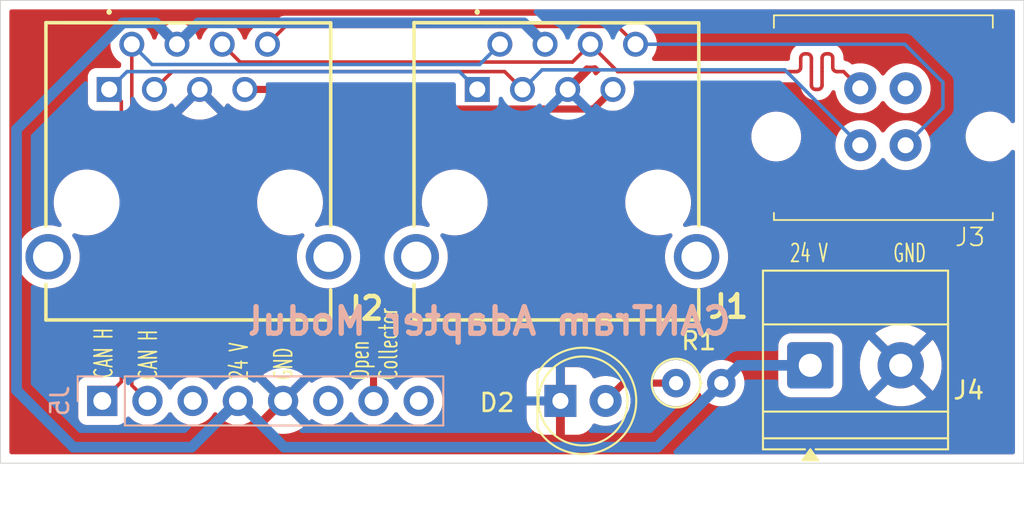
<source format=kicad_pcb>
(kicad_pcb (version 20241229) (generator "pcbnew") (generator_version "9.0")
  (layers (0 "F.Cu" signal) (2 "B.Cu" signal) (13 "F.Paste" user) (15 "B.Paste" user) (5 "F.SilkS" user "F.Silkscreen") (7 "B.SilkS" user "B.Silkscreen") (1 "F.Mask" user) (3 "B.Mask" user) (25 "Edge.Cuts" user))
  (net 0 "")
  (net 1 "/GND")
  (net 2 "Net-(D2-A)")
  (net 4 "/Daten-")
  (net 5 "/24V")
  (net 6 "/Daten 0V")
  (net 8 "/Open Collector")
  (net 15 "/CAN H")
  (net 16 "/CAN L")
  (net 17 "/Daten +")
  (footprint "SamacSys_Parts:1433810000" (layer "F.Cu") (at 104.29 72)
    (property "Reference" "J1" (at 14.11 12.2 0) (layer "F.SilkS") (effects (font (size 1.27 1.27) (thickness 0.254))))
    (property "Value" "1433810000" (hide yes))
    (fp_line (start -3.555 -3.75) (end 12.445 -3.74) (stroke (width 0.2)) (layer "F.SilkS"))
    (fp_line (start -3.555 7.66) (end -3.555 -3.75) (stroke (width 0.2)) (layer "F.SilkS"))
    (fp_line (start -3.555 12.95) (end -3.555 10.96) (stroke (width 0.2)) (layer "F.SilkS"))
    (fp_line (start 0 -4.4) (end 0 -4.4) (stroke (width 0.2)) (layer "F.SilkS"))
    (fp_line (start 0 -4.4) (end 0 -4.4) (stroke (width 0.2)) (layer "F.SilkS"))
    (fp_line (start 0 -4.3) (end 0 -4.3) (stroke (width 0.2)) (layer "F.SilkS"))
    (fp_line (start 12.445 -3.74) (end 12.445 7.66) (stroke (width 0.2)) (layer "F.SilkS"))
    (fp_line (start 12.445 11.26) (end 12.445 12.95) (stroke (width 0.2)) (layer "F.SilkS"))
    (fp_line (start 12.445 12.95) (end -3.555 12.95) (stroke (width 0.2)) (layer "F.SilkS"))
    (fp_arc (start 0 -4.4) (mid 0.05 -4.35) (end 0 -4.3) (stroke (width 0.2)) (layer "F.SilkS"))
    (fp_arc (start 0 -4.3) (mid -0.05 -4.35) (end 0 -4.4) (stroke (width 0.2)) (layer "F.SilkS"))
    (fp_arc (start 0 -4.3) (mid -0.05 -4.35) (end 0 -4.4) (stroke (width 0.2)) (layer "F.SilkS"))
    (pad "" np_thru_hole circle (at -1.27 6.35) (size 3.2 3.2) (drill 3.2) (layers "*.Cu" "*.Mask"))
    (pad "" np_thru_hole circle (at 10.16 6.35) (size 3.2 3.2) (drill 3.2) (layers "*.Cu" "*.Mask"))
    (pad "1" thru_hole rect (at 0 0) (size 1.4 1.4) (drill 0.9) (layers "*.Cu" "*.Mask") (net 15 "/CAN H"))
    (pad "2" thru_hole circle (at 1.27 -2.54) (size 1.4 1.4) (drill 0.9) (layers "*.Cu" "*.Mask") (net 16 "/CAN L"))
    (pad "3" thru_hole circle (at 2.54 0) (size 1.4 1.4) (drill 0.9) (layers "*.Cu" "*.Mask") (net 17 "/Daten +"))
    (pad "4" thru_hole circle (at 3.81 -2.54) (size 1.4 1.4) (drill 0.9) (layers "*.Cu" "*.Mask") (net 5 "/24V"))
    (pad "5" thru_hole circle (at 5.08 0) (size 1.4 1.4) (drill 0.9) (layers "*.Cu" "*.Mask") (net 1 "/GND") (thermal_gap 1))
    (pad "6" thru_hole circle (at 6.35 -2.54) (size 1.4 1.4) (drill 0.9) (layers "*.Cu" "*.Mask") (net 4 "/Daten-"))
    (pad "7" thru_hole circle (at 7.62 0) (size 1.4 1.4) (drill 0.9) (layers "*.Cu" "*.Mask") (net 8 "/Open Collector"))
    (pad "8" thru_hole circle (at 8.89 -2.54) (size 1.4 1.4) (drill 0.9) (layers "*.Cu" "*.Mask") (net 6 "/Daten 0V"))
    (pad "MH1" thru_hole circle (at -3.43 9.4) (size 2.55 2.55) (drill 1.7) (layers "*.Cu" "*.Mask"))
    (pad "MH2" thru_hole circle (at 12.32 9.4) (size 2.55 2.55) (drill 1.7) (layers "*.Cu" "*.Mask"))
  )
  (footprint "Resistor_THT:R_Axial_DIN0207_L6.3mm_D2.5mm_P2.54mm_Vertical" (layer "F.Cu") (at 115.46 88.5)
    (property "Reference" "R1" (at 1.27 -2.37 0) (layer "F.SilkS"))
    (property "Value" "2,2k")
    (fp_line (start 1.37 0) (end 1.44 0) (stroke (width 0.12)) (layer "F.SilkS"))
    (fp_circle (center 0 0) (end 1.37 0) (stroke (width 0.12)) (fill no) (layer "F.SilkS"))
    (pad "1" thru_hole circle (at 0 0) (size 1.6 1.6) (drill 0.8) (layers "*.Cu" "*.Mask") (net 2 "Net-(D2-A)"))
    (pad "2" thru_hole oval (at 2.54 0) (size 1.6 1.6) (drill 0.8) (layers "*.Cu" "*.Mask") (net 5 "/24V"))
  )
  (footprint "SamacSys_Parts:Fischer_USB_2_B_180" (layer "F.Cu") (at 128.355 71.935)
    (property "Reference" "J3" (at 3.62 8.365 0) (layer "F.SilkS") (effects (font (thickness 0.1))))
    (property "Value" "USB_B")
    (fp_line (start -7.4 -4.1) (end 4.9 -4.1) (stroke (width 0.1)) (layer "F.SilkS"))
    (fp_line (start -7.4 -3.4) (end -7.4 -4.1) (stroke (width 0.1)) (layer "F.SilkS"))
    (fp_line (start -7.4 7.4) (end -7.4 7) (stroke (width 0.1)) (layer "F.SilkS"))
    (fp_line (start 4.9 -4.1) (end 4.9 -3.4) (stroke (width 0.1)) (layer "F.SilkS"))
    (fp_line (start 4.9 7) (end 4.9 7.4) (stroke (width 0.1)) (layer "F.SilkS"))
    (fp_line (start 4.9 7.4) (end -7.4 7.4) (stroke (width 0.1)) (layer "F.SilkS"))
    (pad "" np_thru_hole circle (at -7.27 2.71) (size 1 1) (drill 2.3) (layers "*.Cu" "*.Mask"))
    (pad "" np_thru_hole circle (at 4.77 2.71) (size 1 1) (drill 2.3) (layers "*.Cu" "*.Mask"))
    (pad "1" thru_hole circle (at 0 0) (size 1.8 1.8) (drill 0.9) (layers "*.Cu" "*.Mask"))
    (pad "2" thru_hole circle (at -2.55 0) (size 1.8 1.8) (drill 0.9) (layers "*.Cu" "*.Mask") (net 4 "/Daten-"))
    (pad "3" thru_hole circle (at -2.55 3.2) (size 1.8 1.8) (drill 0.9) (layers "*.Cu" "*.Mask") (net 17 "/Daten +"))
    (pad "4" thru_hole circle (at 0 3.2) (size 1.8 1.8) (drill 0.9) (layers "*.Cu" "*.Mask") (net 6 "/Daten 0V"))
  )
  (footprint "LED_THT:LED_D5.0mm" (layer "F.Cu") (at 108.96 89.5)
    (property "Reference" "D2" (at -3.56 0.1 0) (layer "F.SilkS"))
    (property "Value" "LED")
    (fp_line (start -1.29 -1.545) (end -1.29 1.545) (stroke (width 0.12)) (layer "F.SilkS"))
    (fp_arc (start -1.29 -1.54483) (mid 2.071756 -2.880501) (end 4.26 -0.000048) (stroke (width 0.12)) (layer "F.SilkS"))
    (fp_arc (start 4.26 0.000048) (mid 2.071756 2.880501) (end -1.29 1.54483) (stroke (width 0.12)) (layer "F.SilkS"))
    (fp_circle (center 1.27 0) (end 3.77 0) (stroke (width 0.12)) (fill no) (layer "F.SilkS"))
    (pad "1" thru_hole rect (at 0 0) (size 1.8 1.8) (drill 0.9) (layers "*.Cu" "*.Mask") (net 1 "/GND") (thermal_gap 1))
    (pad "2" thru_hole circle (at 2.54 0) (size 1.8 1.8) (drill 0.9) (layers "*.Cu" "*.Mask") (net 2 "Net-(D2-A)"))
  )
  (footprint "SamacSys_Parts:1433810000" (layer "F.Cu") (at 83.61 72)
    (property "Reference" "J2" (at 14.29 12.3 0) (layer "F.SilkS") (effects (font (size 1.27 1.27) (thickness 0.254))))
    (property "Value" "1433810000" (hide yes))
    (fp_line (start -3.555 -3.75) (end 12.445 -3.74) (stroke (width 0.2)) (layer "F.SilkS"))
    (fp_line (start -3.555 7.66) (end -3.555 -3.75) (stroke (width 0.2)) (layer "F.SilkS"))
    (fp_line (start -3.555 12.95) (end -3.555 10.96) (stroke (width 0.2)) (layer "F.SilkS"))
    (fp_line (start 0 -4.4) (end 0 -4.4) (stroke (width 0.2)) (layer "F.SilkS"))
    (fp_line (start 0 -4.4) (end 0 -4.4) (stroke (width 0.2)) (layer "F.SilkS"))
    (fp_line (start 0 -4.3) (end 0 -4.3) (stroke (width 0.2)) (layer "F.SilkS"))
    (fp_line (start 12.445 -3.74) (end 12.445 7.66) (stroke (width 0.2)) (layer "F.SilkS"))
    (fp_line (start 12.445 11.26) (end 12.445 12.95) (stroke (width 0.2)) (layer "F.SilkS"))
    (fp_line (start 12.445 12.95) (end -3.555 12.95) (stroke (width 0.2)) (layer "F.SilkS"))
    (fp_arc (start 0 -4.4) (mid 0.05 -4.35) (end 0 -4.3) (stroke (width 0.2)) (layer "F.SilkS"))
    (fp_arc (start 0 -4.3) (mid -0.05 -4.35) (end 0 -4.4) (stroke (width 0.2)) (layer "F.SilkS"))
    (fp_arc (start 0 -4.3) (mid -0.05 -4.35) (end 0 -4.4) (stroke (width 0.2)) (layer "F.SilkS"))
    (pad "" np_thru_hole circle (at -1.27 6.35) (size 3.2 3.2) (drill 3.2) (layers "*.Cu" "*.Mask"))
    (pad "" np_thru_hole circle (at 10.16 6.35) (size 3.2 3.2) (drill 3.2) (layers "*.Cu" "*.Mask"))
    (pad "1" thru_hole rect (at 0 0) (size 1.4 1.4) (drill 0.9) (layers "*.Cu" "*.Mask") (net 15 "/CAN H"))
    (pad "2" thru_hole circle (at 1.27 -2.54) (size 1.4 1.4) (drill 0.9) (layers "*.Cu" "*.Mask") (net 16 "/CAN L"))
    (pad "3" thru_hole circle (at 2.54 0) (size 1.4 1.4) (drill 0.9) (layers "*.Cu" "*.Mask") (net 17 "/Daten +"))
    (pad "4" thru_hole circle (at 3.81 -2.54) (size 1.4 1.4) (drill 0.9) (layers "*.Cu" "*.Mask") (net 5 "/24V"))
    (pad "5" thru_hole circle (at 5.08 0) (size 1.4 1.4) (drill 0.9) (layers "*.Cu" "*.Mask") (net 1 "/GND") (thermal_gap 1))
    (pad "6" thru_hole circle (at 6.35 -2.54) (size 1.4 1.4) (drill 0.9) (layers "*.Cu" "*.Mask") (net 4 "/Daten-"))
    (pad "7" thru_hole circle (at 7.62 0) (size 1.4 1.4) (drill 0.9) (layers "*.Cu" "*.Mask") (net 8 "/Open Collector"))
    (pad "8" thru_hole circle (at 8.89 -2.54) (size 1.4 1.4) (drill 0.9) (layers "*.Cu" "*.Mask") (net 6 "/Daten 0V"))
    (pad "MH1" thru_hole circle (at -3.43 9.4) (size 2.55 2.55) (drill 1.7) (layers "*.Cu" "*.Mask"))
    (pad "MH2" thru_hole circle (at 12.32 9.4) (size 2.55 2.55) (drill 1.7) (layers "*.Cu" "*.Mask"))
  )
  (footprint "TerminalBlock_Phoenix:TerminalBlock_Phoenix_MKDS-1,5-2-5.08_1x02_P5.08mm_Horizontal" (layer "F.Cu") (at 123 87.5)
    (property "Reference" "J4" (at 8.9 1.4 0) (layer "F.SilkS"))
    (property "Value" "Screw_Terminal_01x02")
    (fp_line (start -2.66 -5.32) (end -2.66 4.72) (stroke (width 0.12)) (layer "F.SilkS"))
    (fp_line (start -2.66 -5.32) (end 7.74 -5.32) (stroke (width 0.12)) (layer "F.SilkS"))
    (fp_line (start -2.66 -2.3) (end 7.74 -2.3) (stroke (width 0.12)) (layer "F.SilkS"))
    (fp_line (start -2.66 2.6) (end 7.74 2.6) (stroke (width 0.12)) (layer "F.SilkS"))
    (fp_line (start -2.66 4.1) (end 7.74 4.1) (stroke (width 0.12)) (layer "F.SilkS"))
    (fp_line (start -2.66 4.72) (end -0.3 4.72) (stroke (width 0.12)) (layer "F.SilkS"))
    (fp_line (start 0.3 4.72) (end 7.74 4.72) (stroke (width 0.12)) (layer "F.SilkS"))
    (fp_line (start 7.74 -5.32) (end 7.74 4.72) (stroke (width 0.12)) (layer "F.SilkS"))
    (fp_poly (pts (xy 0 4.72) (xy 0.44 5.33) (xy -0.44 5.33)) (stroke (width 0.12)) (fill yes) (layer "F.SilkS"))
    (pad "1" thru_hole roundrect (at 0 0) (size 2.6 2.6) (drill 1.3) (layers "*.Cu" "*.Mask") (roundrect_rratio 0.096154) (net 5 "/24V"))
    (pad "2" thru_hole circle (at 5.08 0) (size 2.6 2.6) (drill 1.3) (layers "*.Cu" "*.Mask") (net 1 "/GND") (thermal_gap 1))
  )
  (footprint "Connector_PinHeader_2.54mm:PinHeader_1x08_P2.54mm_Vertical" (layer "B.Cu") (at 83.22 89.5 -90)
    (property "Reference" "J5" (at 0 2.38 90) (layer "B.SilkS") (effects (justify mirror)))
    (property "Value" "Conn_01x08_Pin")
    (fp_line (start -1.38 1.38) (end 0 1.38) (stroke (width 0.12)) (layer "B.SilkS"))
    (fp_line (start -1.38 0) (end -1.38 1.38) (stroke (width 0.12)) (layer "B.SilkS"))
    (fp_line (start -1.38 -1.27) (end 1.38 -1.27) (stroke (width 0.12)) (layer "B.SilkS"))
    (fp_line (start -1.38 -1.27) (end -1.38 -19.16) (stroke (width 0.12)) (layer "B.SilkS"))
    (fp_line (start 1.38 -1.27) (end 1.38 -19.16) (stroke (width 0.12)) (layer "B.SilkS"))
    (fp_line (start -1.38 -19.16) (end 1.38 -19.16) (stroke (width 0.12)) (layer "B.SilkS"))
    (pad "1" thru_hole rect (at 0 0 270) (size 1.7 1.7) (drill 1) (layers "*.Cu" "*.Mask") (net 15 "/CAN H"))
    (pad "2" thru_hole circle (at 0 -2.54 270) (size 1.7 1.7) (drill 1) (layers "*.Cu" "*.Mask") (net 16 "/CAN L"))
    (pad "3" thru_hole circle (at 0 -5.08 270) (size 1.7 1.7) (drill 1) (layers "*.Cu" "*.Mask"))
    (pad "4" thru_hole circle (at 0 -7.62 270) (size 1.7 1.7) (drill 1) (layers "*.Cu" "*.Mask") (net 5 "/24V"))
    (pad "5" thru_hole circle (at 0 -10.16 270) (size 1.7 1.7) (drill 1) (layers "*.Cu" "*.Mask") (net 1 "/GND") (thermal_gap 1))
    (pad "6" thru_hole circle (at 0 -12.7 270) (size 1.7 1.7) (drill 1) (layers "*.Cu" "*.Mask"))
    (pad "7" thru_hole circle (at 0 -15.24 270) (size 1.7 1.7) (drill 1) (layers "*.Cu" "*.Mask") (net 8 "/Open Collector"))
    (pad "8" thru_hole circle (at 0 -17.78 270) (size 1.7 1.7) (drill 1) (layers "*.Cu" "*.Mask"))
  )
  (gr_rect (start 77.5 67) (end 135 93) (stroke (width 0.05)) (fill no) (layer "Edge.Cuts"))
  (gr_text "24 V" (at 90.9 88.4 90) (layer "F.SilkS") (effects (font (size 1 0.6) (thickness 0.1)) (justify left)))
  (gr_text "CAN H" (at 83.3 88.3 90) (layer "F.SilkS") (effects (font (size 1 0.6) (thickness 0.1)) (justify left)))
  (gr_text "Open\nCollector" (at 98.5 88.4 90) (layer "F.SilkS") (effects (font (size 1 0.6) (thickness 0.1)) (justify left)))
  (gr_text "GND" (at 127.6 81.2 0) (layer "F.SilkS") (effects (font (size 1 0.6) (thickness 0.1)) (justify left)))
  (gr_text "CAN H" (at 85.8 88.4 90) (layer "F.SilkS") (effects (font (size 1 0.6) (thickness 0.1)) (justify left)))
  (gr_text "GND" (at 93.4 88.4 90) (layer "F.SilkS") (effects (font (size 1 0.6) (thickness 0.1)) (justify left)))
  (gr_text "24 V" (at 121.8 81.2 0) (layer "F.SilkS") (effects (font (size 1 0.6) (thickness 0.1)) (justify left)))
  (gr_text "CANTram Adapter Modul" (at 118.7 85.9 0) (layer "B.SilkS") (effects (font (size 1.5 1.5) (thickness 0.3) (bold yes)) (justify left bottom mirror)))
  (segment (start 115.46 88.5) (end 112.5 88.5) (width 0.4) (layer "F.Cu") (net 2))
  (segment (start 112.5 88.5) (end 111.5 89.5) (width 0.4) (layer "F.Cu") (net 2))
  (segment (start 124.869 70.999) (end 124.500555 70.999) (width 0.2) (layer "F.Cu") (net 4))
  (segment (start 124.020555 69.999) (end 123.900555 69.999) (width 0.2) (layer "F.Cu") (net 4))
  (segment (start 125.805 71.935) (end 124.869 70.999) (width 0.2) (layer "F.Cu") (net 4))
  (segment (start 123.060555 70.759) (end 123.060555 70.239) (width 0.2) (layer "F.Cu") (net 4))
  (segment (start 123.660555 70.999) (end 123.660555 71.759) (width 0.2) (layer "F.Cu") (net 4))
  (segment (start 122.460555 70.239) (end 122.460555 70.759) (width 0.2) (layer "F.Cu") (net 4))
  (segment (start 122.100555 70.999) (end 121.828845 70.999) (width 0.2) (layer "F.Cu") (net 4))
  (segment (start 123.660555 70.759) (end 123.660555 70.999) (width 0.2) (layer "F.Cu") (net 4))
  (segment (start 123.660555 70.239) (end 123.660555 70.759) (width 0.2) (layer "F.Cu") (net 4))
  (segment (start 122.820555 69.999) (end 122.700555 69.999) (width 0.2) (layer "F.Cu") (net 4))
  (segment (start 89.96 69.46) (end 90.961 70.461) (width 0.2) (layer "F.Cu") (net 4))
  (segment (start 121.828845 70.999) (end 112.179 70.999) (width 0.2) (layer "F.Cu") (net 4))
  (segment (start 112.179 70.999) (end 110.64 69.46) (width 0.2) (layer "F.Cu") (net 4))
  (segment (start 123.060555 70.999) (end 123.060555 70.759) (width 0.2) (layer "F.Cu") (net 4))
  (segment (start 109.639 70.461) (end 110.64 69.46) (width 0.2) (layer "F.Cu") (net 4))
  (segment (start 123.420555 71.999) (end 123.300555 71.999) (width 0.2) (layer "F.Cu") (net 4))
  (segment (start 124.260555 70.759) (end 124.260555 70.239) (width 0.2) (layer "F.Cu") (net 4))
  (segment (start 90.961 70.461) (end 109.639 70.461) (width 0.2) (layer "F.Cu") (net 4))
  (segment (start 122.220555 70.999) (end 122.100555 70.999) (width 0.2) (layer "F.Cu") (net 4))
  (segment (start 123.060555 71.759) (end 123.060555 70.999) (width 0.2) (layer "F.Cu") (net 4))
  (arc (start 124.260555 70.239) (mid 124.190261 70.069294) (end 124.020555 69.999) (width 0.2) (layer "F.Cu") (net 4))
  (arc (start 122.460555 70.759) (mid 122.390261 70.928706) (end 122.220555 70.999) (width 0.2) (layer "F.Cu") (net 4))
  (arc (start 123.660555 71.759) (mid 123.590261 71.928706) (end 123.420555 71.999) (width 0.2) (layer "F.Cu") (net 4))
  (arc (start 123.300555 71.999) (mid 123.130849 71.928706) (end 123.060555 71.759) (width 0.2) (layer "F.Cu") (net 4))
  (arc (start 123.900555 69.999) (mid 123.730849 70.069294) (end 123.660555 70.239) (width 0.2) (layer "F.Cu") (net 4))
  (arc (start 122.700555 69.999) (mid 122.530849 70.069294) (end 122.460555 70.239) (width 0.2) (layer "F.Cu") (net 4))
  (arc (start 123.060555 70.239) (mid 122.990261 70.069294) (end 122.820555 69.999) (width 0.2) (layer "F.Cu") (net 4))
  (arc (start 124.500555 70.999) (mid 124.330849 70.928706) (end 124.260555 70.759) (width 0.2) (layer "F.Cu") (net 4))
  (segment (start 78.404 88.904) (end 81.6 92.1) (width 0.6) (layer "B.Cu") (net 5))
  (segment (start 88.24 92.1) (end 81.6 92.1) (width 0.6) (layer "B.Cu") (net 5))
  (segment (start 114.4 92.1) (end 93.44 92.1) (width 0.6) (layer "B.Cu") (net 5))
  (segment (start 84.382529 68.259) (end 78.404 74.237529) (width 0.6) (layer "B.Cu") (net 5))
  (segment (start 87.42 69.46) (end 88.621 68.259) (width 0.6) (layer "B.Cu") (net 5))
  (segment (start 90.84 89.5) (end 88.24 92.1) (width 0.6) (layer "B.Cu") (net 5))
  (segment (start 88.621 68.259) (end 106.899 68.259) (width 0.6) (layer "B.Cu") (net 5))
  (segment (start 86.219 68.259) (end 84.382529 68.259) (width 0.6) (layer "B.Cu") (net 5))
  (segment (start 87.42 69.46) (end 86.219 68.259) (width 0.6) (layer "B.Cu") (net 5))
  (segment (start 106.899 68.259) (end 108.1 69.46) (width 0.6) (layer "B.Cu") (net 5))
  (segment (start 119 87.5) (end 123 87.5) (width 0.6) (layer "B.Cu") (net 5))
  (segment (start 114.4 92.1) (end 118 88.5) (width 0.6) (layer "B.Cu") (net 5))
  (segment (start 93.44 92.1) (end 90.84 89.5) (width 0.6) (layer "B.Cu") (net 5))
  (segment (start 78.404 74.237529) (end 78.404 88.904) (width 0.6) (layer "B.Cu") (net 5))
  (segment (start 118 88.5) (end 119 87.5) (width 0.6) (layer "B.Cu") (net 5))
  (segment (start 93.501 68.459) (end 112.179 68.459) (width 0.2) (layer "F.Cu") (net 6))
  (segment (start 92.5 69.46) (end 93.501 68.459) (width 0.2) (layer "F.Cu") (net 6))
  (segment (start 112.179 68.459) (end 113.18 69.46) (width 0.2) (layer "F.Cu") (net 6))
  (segment (start 130.45 71.6) (end 128.31 69.46) (width 0.2) (layer "B.Cu") (net 6))
  (segment (start 128.31 69.46) (end 113.18 69.46) (width 0.2) (layer "B.Cu") (net 6))
  (segment (start 130.45 73.04) (end 130.45 71.6) (width 0.2) (layer "B.Cu") (net 6))
  (segment (start 128.355 75.135) (end 130.45 73.04) (width 0.2) (layer "B.Cu") (net 6))
  (segment (start 110.809 73.101) (end 111.91 72) (width 0.4) (layer "F.Cu") (net 8))
  (segment (start 97.093894 73.101) (end 97.1 73.107106) (width 0.4) (layer "F.Cu") (net 8))
  (segment (start 97.1 73.107106) (end 97.1 74.75) (width 0.4) (layer "F.Cu") (net 8))
  (segment (start 97.1 74.75) (end 98.46 76.11) (width 0.4) (layer "F.Cu") (net 8))
  (segment (start 91.23 72) (end 95.992894 72) (width 0.4) (layer "F.Cu") (net 8))
  (segment (start 97.093894 73.101) (end 110.809 73.101) (width 0.4) (layer "F.Cu") (net 8))
  (segment (start 95.992894 72) (end 97.093894 73.101) (width 0.4) (layer "F.Cu") (net 8))
  (segment (start 98.46 76.11) (end 98.46 89.5) (width 0.4) (layer "F.Cu") (net 8))
  (segment (start 83.61 72) (end 84.291 72.681) (width 0.2) (layer "F.Cu") (net 15))
  (segment (start 84.291 72.681) (end 84.291 88.429) (width 0.2) (layer "F.Cu") (net 15))
  (segment (start 84.291 88.429) (end 83.22 89.5) (width 0.2) (layer "F.Cu") (net 15))
  (segment (start 84.611 70.999) (end 103.289 70.999) (width 0.2) (layer "B.Cu") (net 15))
  (segment (start 83.61 72) (end 84.611 70.999) (width 0.2) (layer "B.Cu") (net 15))
  (segment (start 103.289 70.999) (end 104.29 72) (width 0.2) (layer "B.Cu") (net 15))
  (segment (start 84.88 88.62) (end 85.76 89.5) (width 0.2) (layer "F.Cu") (net 16))
  (segment (start 84.88 69.46) (end 84.88 88.62) (width 0.2) (layer "F.Cu") (net 16))
  (segment (start 104.421 70.599) (end 105.56 69.46) (width 0.2) (layer "B.Cu") (net 16))
  (segment (start 86.019 70.599) (end 104.421 70.599) (width 0.2) (layer "B.Cu") (net 16))
  (segment (start 84.88 69.46) (end 86.019 70.599) (width 0.2) (layer "B.Cu") (net 16))
  (segment (start 86.15 72) (end 87.151 70.999) (width 0.2) (layer "F.Cu") (net 17))
  (segment (start 87.151 70.999) (end 105.829 70.999) (width 0.2) (layer "F.Cu") (net 17))
  (segment (start 105.829 70.999) (end 106.83 72) (width 0.2) (layer "F.Cu") (net 17))
  (segment (start 107.93 70.9) (end 106.83 72) (width 0.2) (layer "B.Cu") (net 17))
  (segment (start 121.57 70.9) (end 107.93 70.9) (width 0.2) (layer "B.Cu") (net 17))
  (segment (start 125.805 75.135) (end 121.57 70.9) (width 0.2) (layer "B.Cu") (net 17))
  (zone (net 1) (net_name "/GND") (layers "F.Cu" "B.Cu") (connect_pads (clearance 0.5)) (min_thickness 0.25) (fill yes (thermal_gap 0.5) (thermal_bridge_width 0.5))
    (polygon (pts (xy 135 67) (xy 135 93) (xy 77.5 93) (xy 77.5 67)))
  )
)
</source>
